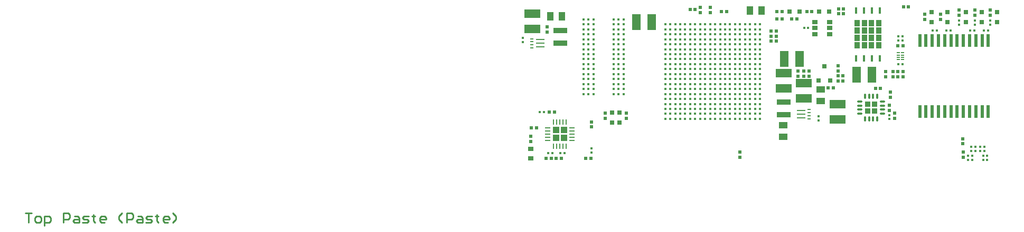
<source format=gtp>
G04 Layer_Color=8421504*
%FSLAX24Y24*%
%MOIN*%
G70*
G01*
G75*
%ADD10R,0.0209X0.0069*%
%ADD12O,0.0236X0.0098*%
%ADD13R,0.0236X0.0098*%
%ADD14R,0.0354X0.0256*%
%ADD15R,0.0295X0.0295*%
%ADD16R,0.0177X0.0394*%
%ADD18R,0.0354X0.0276*%
%ADD19R,0.0205X0.0197*%
%ADD21C,0.0157*%
%ADD22R,0.0315X0.0315*%
%ADD23R,0.0217X0.0217*%
%ADD24R,0.0248X0.0799*%
%ADD25O,0.0098X0.0354*%
%ADD26O,0.0354X0.0098*%
%ADD28O,0.0118X0.0335*%
%ADD29O,0.0335X0.0118*%
%ADD31C,0.0177*%
%ADD32R,0.0531X0.1024*%
%ADD33R,0.0394X0.0571*%
%ADD34R,0.0197X0.0205*%
%ADD35R,0.1024X0.0531*%
%ADD36R,0.0138X0.0138*%
%ADD37R,0.0138X0.0138*%
%ADD38R,0.0906X0.0335*%
%ADD39R,0.0217X0.0217*%
%ADD40R,0.0315X0.0315*%
%ADD41R,0.0571X0.0394*%
%ADD51C,0.0100*%
%ADD84R,0.0374X0.0386*%
%ADD85R,0.0374X0.0386*%
%ADD86R,0.0400X0.0400*%
%ADD87R,0.0350X0.0350*%
%ADD88R,0.0575X0.0102*%
D10*
X24711Y8553D02*
D03*
Y8415D02*
D03*
Y8278D02*
D03*
Y8140D02*
D03*
X24974Y8553D02*
D03*
Y8415D02*
D03*
Y8278D02*
D03*
Y8140D02*
D03*
D12*
X19094Y4961D02*
D03*
Y4764D02*
D03*
Y4567D02*
D03*
X1575Y9252D02*
D03*
Y9055D02*
D03*
Y8858D02*
D03*
D13*
X19094Y4370D02*
D03*
X1575Y9449D02*
D03*
D14*
X20394Y9744D02*
D03*
Y10118D02*
D03*
Y10492D02*
D03*
X19449D02*
D03*
Y10118D02*
D03*
Y9744D02*
D03*
D15*
X20039Y7695D02*
D03*
X20413Y6793D02*
D03*
X19665D02*
D03*
D16*
X22045Y8211D02*
D03*
X22545D02*
D03*
X23045D02*
D03*
X23545D02*
D03*
X22045Y11238D02*
D03*
X22545D02*
D03*
X23045D02*
D03*
X23545D02*
D03*
D18*
X1496Y2461D02*
D03*
Y1870D02*
D03*
D19*
X28819Y1923D02*
D03*
Y2250D02*
D03*
X14724D02*
D03*
Y1923D02*
D03*
X6220Y4730D02*
D03*
Y4404D02*
D03*
X7559D02*
D03*
Y4730D02*
D03*
X20906Y7722D02*
D03*
Y7396D02*
D03*
X24213Y6069D02*
D03*
Y5742D02*
D03*
X20906Y7093D02*
D03*
Y6766D02*
D03*
X29528Y11266D02*
D03*
Y10939D02*
D03*
X28543D02*
D03*
Y11266D02*
D03*
X30512D02*
D03*
Y10939D02*
D03*
X5354Y3852D02*
D03*
Y4179D02*
D03*
X1500Y2937D02*
D03*
Y3263D02*
D03*
X28780Y3116D02*
D03*
Y2789D02*
D03*
X24370Y7041D02*
D03*
Y7368D02*
D03*
X2559Y9876D02*
D03*
Y10203D02*
D03*
X24134Y4915D02*
D03*
Y5242D02*
D03*
X21220Y6766D02*
D03*
Y7093D02*
D03*
X19094Y7081D02*
D03*
Y7407D02*
D03*
X24488Y4730D02*
D03*
Y4404D02*
D03*
X12835Y11423D02*
D03*
Y11096D02*
D03*
X18386Y7407D02*
D03*
Y7081D02*
D03*
X18740D02*
D03*
Y7407D02*
D03*
X21260Y11344D02*
D03*
Y11018D02*
D03*
X20945D02*
D03*
Y11344D02*
D03*
X26378Y10663D02*
D03*
Y10990D02*
D03*
X27362D02*
D03*
Y10663D02*
D03*
X23898Y7041D02*
D03*
Y7368D02*
D03*
X25000Y7041D02*
D03*
Y7368D02*
D03*
X24685Y7041D02*
D03*
Y7368D02*
D03*
D21*
X7362Y5945D02*
D03*
X7047D02*
D03*
X6732D02*
D03*
X5472D02*
D03*
X5157D02*
D03*
X4843D02*
D03*
X7362Y6260D02*
D03*
X7047D02*
D03*
X6732D02*
D03*
X5472D02*
D03*
X5157D02*
D03*
X4843D02*
D03*
X7362Y6575D02*
D03*
X7047D02*
D03*
X6732D02*
D03*
X5472D02*
D03*
X5157D02*
D03*
X4843D02*
D03*
X7362Y6890D02*
D03*
X7047D02*
D03*
X6732D02*
D03*
X5472D02*
D03*
X5157D02*
D03*
X4843D02*
D03*
X7362Y7205D02*
D03*
X7047D02*
D03*
X6732D02*
D03*
X5472D02*
D03*
X5157D02*
D03*
X4843D02*
D03*
X7362Y7520D02*
D03*
X7047D02*
D03*
X6732D02*
D03*
X5472D02*
D03*
X5157D02*
D03*
X4843D02*
D03*
X7362Y7835D02*
D03*
X7047D02*
D03*
X6732D02*
D03*
X5472D02*
D03*
X5157D02*
D03*
X4843D02*
D03*
X7362Y8150D02*
D03*
X7047D02*
D03*
X6732D02*
D03*
X5472D02*
D03*
X5157D02*
D03*
X4843D02*
D03*
X7362Y8465D02*
D03*
X7047D02*
D03*
X6732D02*
D03*
X5472D02*
D03*
X5157D02*
D03*
X4843D02*
D03*
X7362Y8780D02*
D03*
X7047D02*
D03*
X6732D02*
D03*
X5472D02*
D03*
X5157D02*
D03*
X4843D02*
D03*
X7362Y9094D02*
D03*
X7047D02*
D03*
X6732D02*
D03*
X5472D02*
D03*
X5157D02*
D03*
X4843D02*
D03*
X7362Y9409D02*
D03*
X7047D02*
D03*
X6732D02*
D03*
X5472D02*
D03*
X5157D02*
D03*
X4843D02*
D03*
X7362Y9724D02*
D03*
X7047D02*
D03*
X6732D02*
D03*
X5472D02*
D03*
X5157D02*
D03*
X4843D02*
D03*
X7362Y10039D02*
D03*
X7047D02*
D03*
X6732D02*
D03*
X5472D02*
D03*
X5157D02*
D03*
X4843D02*
D03*
X7362Y10354D02*
D03*
X7047D02*
D03*
X6732D02*
D03*
X5472D02*
D03*
X5157D02*
D03*
X4843D02*
D03*
X7362Y10669D02*
D03*
X7047D02*
D03*
X6732D02*
D03*
X5472D02*
D03*
X5157D02*
D03*
X4843D02*
D03*
D22*
X27795Y11142D02*
D03*
Y10512D02*
D03*
X6654Y4134D02*
D03*
Y4764D02*
D03*
X7126D02*
D03*
Y4134D02*
D03*
X29961Y11142D02*
D03*
Y10512D02*
D03*
X28976D02*
D03*
Y11142D02*
D03*
X30945D02*
D03*
Y10512D02*
D03*
X26811D02*
D03*
Y11142D02*
D03*
D23*
X12205Y11437D02*
D03*
Y11083D02*
D03*
D24*
X30394Y9343D02*
D03*
X30000D02*
D03*
X29606D02*
D03*
X29213D02*
D03*
X28819D02*
D03*
X28425D02*
D03*
X28031D02*
D03*
X27638D02*
D03*
X27244D02*
D03*
X26850D02*
D03*
X26457D02*
D03*
X26063D02*
D03*
X30394Y4843D02*
D03*
X30000D02*
D03*
X29606D02*
D03*
X29213D02*
D03*
X28819D02*
D03*
X28425D02*
D03*
X28031D02*
D03*
X27638D02*
D03*
X27244D02*
D03*
X26850D02*
D03*
X26457D02*
D03*
X26063D02*
D03*
D25*
X2956Y2632D02*
D03*
X3153D02*
D03*
X3350D02*
D03*
X3547D02*
D03*
X3744D02*
D03*
Y4168D02*
D03*
X3547D02*
D03*
X3350D02*
D03*
X3153D02*
D03*
X2956D02*
D03*
D26*
X4118Y3006D02*
D03*
Y3203D02*
D03*
Y3400D02*
D03*
Y3597D02*
D03*
Y3794D02*
D03*
X2582D02*
D03*
Y3597D02*
D03*
Y3400D02*
D03*
Y3203D02*
D03*
Y3006D02*
D03*
D28*
X22608Y4360D02*
D03*
X22864D02*
D03*
X23120D02*
D03*
X23376D02*
D03*
Y5797D02*
D03*
X23120D02*
D03*
X22864D02*
D03*
X22608D02*
D03*
D29*
X23711Y4695D02*
D03*
Y4951D02*
D03*
Y5207D02*
D03*
Y5463D02*
D03*
X22274D02*
D03*
Y5207D02*
D03*
Y4951D02*
D03*
Y4695D02*
D03*
D31*
X10000Y10354D02*
D03*
X10315D02*
D03*
X10630D02*
D03*
X10945D02*
D03*
X11260D02*
D03*
X11575D02*
D03*
X11890D02*
D03*
X12205D02*
D03*
X12520D02*
D03*
X12835D02*
D03*
X13150D02*
D03*
X13465D02*
D03*
X13780D02*
D03*
X14094D02*
D03*
X14409D02*
D03*
X14724D02*
D03*
X15039D02*
D03*
X15354D02*
D03*
X15669D02*
D03*
X15984D02*
D03*
X10000Y10039D02*
D03*
X10315D02*
D03*
X10630D02*
D03*
X10945D02*
D03*
X11260D02*
D03*
X11575D02*
D03*
X11890D02*
D03*
X12205D02*
D03*
X12520D02*
D03*
X12835D02*
D03*
X13150D02*
D03*
X13465D02*
D03*
X13780D02*
D03*
X14094D02*
D03*
X14409D02*
D03*
X14724D02*
D03*
X15039D02*
D03*
X15354D02*
D03*
X15669D02*
D03*
X15984D02*
D03*
X10000Y9724D02*
D03*
X10315D02*
D03*
X10630D02*
D03*
X10945D02*
D03*
X11260D02*
D03*
X11575D02*
D03*
X11890D02*
D03*
X12205D02*
D03*
X12520D02*
D03*
X12835D02*
D03*
X13150D02*
D03*
X13465D02*
D03*
X13780D02*
D03*
X14094D02*
D03*
X14409D02*
D03*
X14724D02*
D03*
X15039D02*
D03*
X15354D02*
D03*
X15669D02*
D03*
X15984D02*
D03*
X10000Y9409D02*
D03*
X10315D02*
D03*
X10630D02*
D03*
X10945D02*
D03*
X11260D02*
D03*
X11575D02*
D03*
X11890D02*
D03*
X12205D02*
D03*
X12520D02*
D03*
X12835D02*
D03*
X13150D02*
D03*
X13465D02*
D03*
X13780D02*
D03*
X14094D02*
D03*
X14409D02*
D03*
X14724D02*
D03*
X15039D02*
D03*
X15354D02*
D03*
X15669D02*
D03*
X15984D02*
D03*
X10000Y9094D02*
D03*
X10315D02*
D03*
X10630D02*
D03*
X10945D02*
D03*
X11260D02*
D03*
X11575D02*
D03*
X11890D02*
D03*
X12205D02*
D03*
X12520D02*
D03*
X12835D02*
D03*
X13150D02*
D03*
X13465D02*
D03*
X13780D02*
D03*
X14094D02*
D03*
X14409D02*
D03*
X14724D02*
D03*
X15039D02*
D03*
X15354D02*
D03*
X15669D02*
D03*
X15984D02*
D03*
X10000Y8780D02*
D03*
X10315D02*
D03*
X10630D02*
D03*
X10945D02*
D03*
X11260D02*
D03*
X11575D02*
D03*
X11890D02*
D03*
X12205D02*
D03*
X12520D02*
D03*
X12835D02*
D03*
X13150D02*
D03*
X13465D02*
D03*
X13780D02*
D03*
X14094D02*
D03*
X14409D02*
D03*
X14724D02*
D03*
X15039D02*
D03*
X15354D02*
D03*
X15669D02*
D03*
X15984D02*
D03*
X10000Y8465D02*
D03*
X10315D02*
D03*
X10630D02*
D03*
X10945D02*
D03*
X11260D02*
D03*
X11575D02*
D03*
X11890D02*
D03*
X12205D02*
D03*
X12520D02*
D03*
X12835D02*
D03*
X13150D02*
D03*
X13465D02*
D03*
X13780D02*
D03*
X14094D02*
D03*
X14409D02*
D03*
X14724D02*
D03*
X15039D02*
D03*
X15354D02*
D03*
X15669D02*
D03*
X15984D02*
D03*
X10000Y8150D02*
D03*
X10315D02*
D03*
X10630D02*
D03*
X10945D02*
D03*
X11260D02*
D03*
X11575D02*
D03*
X11890D02*
D03*
X12205D02*
D03*
X12520D02*
D03*
X12835D02*
D03*
X13150D02*
D03*
X13465D02*
D03*
X13780D02*
D03*
X14094D02*
D03*
X14409D02*
D03*
X14724D02*
D03*
X15039D02*
D03*
X15354D02*
D03*
X15669D02*
D03*
X15984D02*
D03*
X10000Y7835D02*
D03*
X10315D02*
D03*
X10630D02*
D03*
X10945D02*
D03*
X11260D02*
D03*
X11575D02*
D03*
X11890D02*
D03*
X12205D02*
D03*
X12520D02*
D03*
X12835D02*
D03*
X13150D02*
D03*
X13465D02*
D03*
X13780D02*
D03*
X14094D02*
D03*
X14409D02*
D03*
X14724D02*
D03*
X15039D02*
D03*
X15354D02*
D03*
X15669D02*
D03*
X15984D02*
D03*
X10000Y7520D02*
D03*
X10315D02*
D03*
X10630D02*
D03*
X10945D02*
D03*
X11260D02*
D03*
X11575D02*
D03*
X11890D02*
D03*
X12205D02*
D03*
X12520D02*
D03*
X12835D02*
D03*
X13150D02*
D03*
X13465D02*
D03*
X13780D02*
D03*
X14094D02*
D03*
X14409D02*
D03*
X14724D02*
D03*
X15039D02*
D03*
X15354D02*
D03*
X15669D02*
D03*
X15984D02*
D03*
X10000Y7205D02*
D03*
X10315D02*
D03*
X10630D02*
D03*
X10945D02*
D03*
X11260D02*
D03*
X11575D02*
D03*
X11890D02*
D03*
X12205D02*
D03*
X12520D02*
D03*
X12835D02*
D03*
X13150D02*
D03*
X13465D02*
D03*
X13780D02*
D03*
X14094D02*
D03*
X14409D02*
D03*
X14724D02*
D03*
X15039D02*
D03*
X15354D02*
D03*
X15669D02*
D03*
X15984D02*
D03*
X10000Y6890D02*
D03*
X10315D02*
D03*
X10630D02*
D03*
X10945D02*
D03*
X11260D02*
D03*
X11575D02*
D03*
X11890D02*
D03*
X12205D02*
D03*
X12520D02*
D03*
X12835D02*
D03*
X13150D02*
D03*
X13465D02*
D03*
X13780D02*
D03*
X14094D02*
D03*
X14409D02*
D03*
X14724D02*
D03*
X15039D02*
D03*
X15354D02*
D03*
X15669D02*
D03*
X15984D02*
D03*
X10000Y6575D02*
D03*
X10315D02*
D03*
X10630D02*
D03*
X10945D02*
D03*
X11260D02*
D03*
X11575D02*
D03*
X11890D02*
D03*
X12205D02*
D03*
X12520D02*
D03*
X12835D02*
D03*
X13150D02*
D03*
X13465D02*
D03*
X13780D02*
D03*
X14094D02*
D03*
X14409D02*
D03*
X14724D02*
D03*
X15039D02*
D03*
X15354D02*
D03*
X15669D02*
D03*
X15984D02*
D03*
X10000Y6260D02*
D03*
X10315D02*
D03*
X10630D02*
D03*
X10945D02*
D03*
X11260D02*
D03*
X11575D02*
D03*
X11890D02*
D03*
X12205D02*
D03*
X12520D02*
D03*
X12835D02*
D03*
X13150D02*
D03*
X13465D02*
D03*
X13780D02*
D03*
X14094D02*
D03*
X14409D02*
D03*
X14724D02*
D03*
X15039D02*
D03*
X15354D02*
D03*
X15669D02*
D03*
X15984D02*
D03*
X10000Y5945D02*
D03*
X10315D02*
D03*
X10630D02*
D03*
X10945D02*
D03*
X11260D02*
D03*
X11575D02*
D03*
X11890D02*
D03*
X12205D02*
D03*
X12520D02*
D03*
X12835D02*
D03*
X13150D02*
D03*
X13465D02*
D03*
X13780D02*
D03*
X14094D02*
D03*
X14409D02*
D03*
X14724D02*
D03*
X15039D02*
D03*
X15354D02*
D03*
X15669D02*
D03*
X15984D02*
D03*
X10000Y5630D02*
D03*
X10315D02*
D03*
X10630D02*
D03*
X10945D02*
D03*
X11260D02*
D03*
X11575D02*
D03*
X11890D02*
D03*
X12205D02*
D03*
X12520D02*
D03*
X12835D02*
D03*
X13150D02*
D03*
X13465D02*
D03*
X13780D02*
D03*
X14094D02*
D03*
X14409D02*
D03*
X14724D02*
D03*
X15039D02*
D03*
X15354D02*
D03*
X15669D02*
D03*
X15984D02*
D03*
X10000Y5315D02*
D03*
X10315D02*
D03*
X10630D02*
D03*
X10945D02*
D03*
X11260D02*
D03*
X11575D02*
D03*
X11890D02*
D03*
X12205D02*
D03*
X12520D02*
D03*
X12835D02*
D03*
X13150D02*
D03*
X13465D02*
D03*
X13780D02*
D03*
X14094D02*
D03*
X14409D02*
D03*
X14724D02*
D03*
X15039D02*
D03*
X15354D02*
D03*
X15669D02*
D03*
X15984D02*
D03*
X10000Y5000D02*
D03*
X10315D02*
D03*
X10630D02*
D03*
X10945D02*
D03*
X11260D02*
D03*
X11575D02*
D03*
X11890D02*
D03*
X12205D02*
D03*
X12520D02*
D03*
X12835D02*
D03*
X13150D02*
D03*
X13465D02*
D03*
X13780D02*
D03*
X14094D02*
D03*
X14409D02*
D03*
X14724D02*
D03*
X15039D02*
D03*
X15354D02*
D03*
X15669D02*
D03*
X15984D02*
D03*
X10000Y4685D02*
D03*
X10315D02*
D03*
X10630D02*
D03*
X10945D02*
D03*
X11260D02*
D03*
X11575D02*
D03*
X11890D02*
D03*
X12205D02*
D03*
X12520D02*
D03*
X12835D02*
D03*
X13150D02*
D03*
X13465D02*
D03*
X13780D02*
D03*
X14094D02*
D03*
X14409D02*
D03*
X14724D02*
D03*
X15039D02*
D03*
X15354D02*
D03*
X15669D02*
D03*
X15984D02*
D03*
X10000Y4370D02*
D03*
X10315D02*
D03*
X10630D02*
D03*
X10945D02*
D03*
X11260D02*
D03*
X11575D02*
D03*
X11890D02*
D03*
X12205D02*
D03*
X12520D02*
D03*
X12835D02*
D03*
X13150D02*
D03*
X13465D02*
D03*
X13780D02*
D03*
X14094D02*
D03*
X14409D02*
D03*
X14724D02*
D03*
X15039D02*
D03*
X15354D02*
D03*
X15669D02*
D03*
X15984D02*
D03*
D32*
X22077Y7165D02*
D03*
X23041D02*
D03*
X9144Y10512D02*
D03*
X8179D02*
D03*
X17510Y8150D02*
D03*
X18474D02*
D03*
D33*
X3484Y10866D02*
D03*
X2736D02*
D03*
X16083Y11220D02*
D03*
X15335D02*
D03*
D34*
X18313Y10709D02*
D03*
X17986D02*
D03*
X19258Y11181D02*
D03*
X18931D02*
D03*
X17041D02*
D03*
X17368D02*
D03*
X13864D02*
D03*
X13537D02*
D03*
X16687Y9921D02*
D03*
X17014D02*
D03*
X16687Y9606D02*
D03*
X17014D02*
D03*
Y9291D02*
D03*
X16687D02*
D03*
X23262Y6299D02*
D03*
X23589D02*
D03*
X2998Y4803D02*
D03*
X2671D02*
D03*
X17041Y10709D02*
D03*
X17368D02*
D03*
X20596Y6339D02*
D03*
X20270D02*
D03*
X24679Y9016D02*
D03*
X25006D02*
D03*
X2474Y1850D02*
D03*
X2801D02*
D03*
X3431D02*
D03*
X3104D02*
D03*
X1863Y3800D02*
D03*
X1537D02*
D03*
X25360Y11457D02*
D03*
X25033D02*
D03*
X11563Y11299D02*
D03*
X11890D02*
D03*
D35*
X1614Y11033D02*
D03*
Y10069D02*
D03*
X20866Y4321D02*
D03*
Y5285D02*
D03*
X17480Y6289D02*
D03*
Y7254D02*
D03*
X18740Y6624D02*
D03*
Y5659D02*
D03*
D36*
X28543Y10600D02*
D03*
Y10344D02*
D03*
X1024Y9242D02*
D03*
Y9498D02*
D03*
X19685Y4281D02*
D03*
Y4537D02*
D03*
X24134Y4616D02*
D03*
Y4360D02*
D03*
X30512Y10344D02*
D03*
Y10600D02*
D03*
X29528D02*
D03*
Y10344D02*
D03*
X5354Y2234D02*
D03*
Y2490D02*
D03*
D37*
X24970Y9606D02*
D03*
X24715D02*
D03*
X30325Y2047D02*
D03*
X30069D02*
D03*
X30128Y2323D02*
D03*
X29872D02*
D03*
X29321D02*
D03*
X29577D02*
D03*
X29124Y2047D02*
D03*
X29380D02*
D03*
X30325Y1772D02*
D03*
X30069D02*
D03*
X30128Y2598D02*
D03*
X29872D02*
D03*
X29321D02*
D03*
X29577D02*
D03*
X29124Y1772D02*
D03*
X29380D02*
D03*
X18770Y10118D02*
D03*
X19026D02*
D03*
X24970Y9331D02*
D03*
X24715D02*
D03*
Y7835D02*
D03*
X24970D02*
D03*
X30108Y9961D02*
D03*
X30364D02*
D03*
X29242Y9961D02*
D03*
X29498D02*
D03*
X27746Y9961D02*
D03*
X28002D02*
D03*
X26880Y9961D02*
D03*
X27136D02*
D03*
X2077Y4803D02*
D03*
X2333D02*
D03*
X2878Y2200D02*
D03*
X2622D02*
D03*
X3372Y2200D02*
D03*
X3628D02*
D03*
D38*
X3386Y9173D02*
D03*
Y9961D02*
D03*
X17480Y5433D02*
D03*
Y4646D02*
D03*
D39*
X5315Y1850D02*
D03*
X4961D02*
D03*
D40*
X20354Y11181D02*
D03*
X19724D02*
D03*
X17835D02*
D03*
X18465D02*
D03*
D41*
X17441Y3976D02*
D03*
Y3228D02*
D03*
X19803Y6240D02*
D03*
Y5492D02*
D03*
D51*
X-30400Y-1600D02*
X-30000D01*
X-30200D01*
Y-2200D01*
X-29700D02*
X-29500D01*
X-29400Y-2100D01*
Y-1900D01*
X-29500Y-1800D01*
X-29700D01*
X-29800Y-1900D01*
Y-2100D01*
X-29700Y-2200D01*
X-29200Y-2400D02*
Y-1800D01*
X-28900D01*
X-28801Y-1900D01*
Y-2100D01*
X-28900Y-2200D01*
X-29200D01*
X-28001D02*
Y-1600D01*
X-27701D01*
X-27601Y-1700D01*
Y-1900D01*
X-27701Y-2000D01*
X-28001D01*
X-27301Y-1800D02*
X-27101D01*
X-27001Y-1900D01*
Y-2200D01*
X-27301D01*
X-27401Y-2100D01*
X-27301Y-2000D01*
X-27001D01*
X-26801Y-2200D02*
X-26501D01*
X-26401Y-2100D01*
X-26501Y-2000D01*
X-26701D01*
X-26801Y-1900D01*
X-26701Y-1800D01*
X-26401D01*
X-26101Y-1700D02*
Y-1800D01*
X-26201D01*
X-26001D01*
X-26101D01*
Y-2100D01*
X-26001Y-2200D01*
X-25402D02*
X-25602D01*
X-25702Y-2100D01*
Y-1900D01*
X-25602Y-1800D01*
X-25402D01*
X-25302Y-1900D01*
Y-2000D01*
X-25702D01*
X-24302Y-2200D02*
X-24502Y-2000D01*
Y-1800D01*
X-24302Y-1600D01*
X-24002Y-2200D02*
Y-1600D01*
X-23702D01*
X-23602Y-1700D01*
Y-1900D01*
X-23702Y-2000D01*
X-24002D01*
X-23302Y-1800D02*
X-23102D01*
X-23002Y-1900D01*
Y-2200D01*
X-23302D01*
X-23402Y-2100D01*
X-23302Y-2000D01*
X-23002D01*
X-22802Y-2200D02*
X-22503D01*
X-22403Y-2100D01*
X-22503Y-2000D01*
X-22702D01*
X-22802Y-1900D01*
X-22702Y-1800D01*
X-22403D01*
X-22103Y-1700D02*
Y-1800D01*
X-22203D01*
X-22003D01*
X-22103D01*
Y-2100D01*
X-22003Y-2200D01*
X-21403D02*
X-21603D01*
X-21703Y-2100D01*
Y-1900D01*
X-21603Y-1800D01*
X-21403D01*
X-21303Y-1900D01*
Y-2000D01*
X-21703D01*
X-21103Y-2200D02*
X-20903Y-2000D01*
Y-1800D01*
X-21103Y-1600D01*
D84*
X22116Y9028D02*
D03*
X22569D02*
D03*
X23022D02*
D03*
X23474D02*
D03*
D85*
X22116Y9492D02*
D03*
X22569D02*
D03*
X23022D02*
D03*
X23474D02*
D03*
X22116Y9957D02*
D03*
X22569D02*
D03*
X23022Y9957D02*
D03*
X23475D02*
D03*
X22116Y10421D02*
D03*
X22569D02*
D03*
X23022D02*
D03*
X23474D02*
D03*
D86*
X3600Y3650D02*
D03*
X3600Y3150D02*
D03*
X3100Y3650D02*
D03*
X3100Y3150D02*
D03*
D87*
X23217Y4854D02*
D03*
X23217Y5304D02*
D03*
X22767Y5304D02*
D03*
X22767Y4854D02*
D03*
D88*
X18563Y4429D02*
D03*
Y4665D02*
D03*
Y4902D02*
D03*
X2106Y8917D02*
D03*
Y9154D02*
D03*
Y9390D02*
D03*
M02*

</source>
